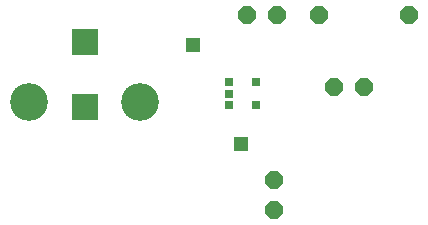
<source format=gts>
G75*
%MOIN*%
%OFA0B0*%
%FSLAX25Y25*%
%IPPOS*%
%LPD*%
%AMOC8*
5,1,8,0,0,1.08239X$1,22.5*
%
%ADD10OC8,0.06000*%
%ADD11R,0.03162X0.02769*%
%ADD12R,0.09068X0.09068*%
%ADD13C,0.12611*%
%ADD14R,0.04762X0.04762*%
D10*
X0107000Y0017000D03*
X0107000Y0027000D03*
X0127000Y0058000D03*
X0137000Y0058000D03*
X0122000Y0082000D03*
X0108000Y0082000D03*
X0098000Y0082000D03*
X0152000Y0082000D03*
D11*
X0101252Y0059480D03*
X0092000Y0059480D03*
X0092000Y0055740D03*
X0092000Y0052000D03*
X0101252Y0052000D03*
D12*
X0044000Y0051173D03*
X0044000Y0072827D03*
D13*
X0025496Y0052984D03*
X0062504Y0052984D03*
D14*
X0096000Y0039000D03*
X0080000Y0072000D03*
M02*

</source>
